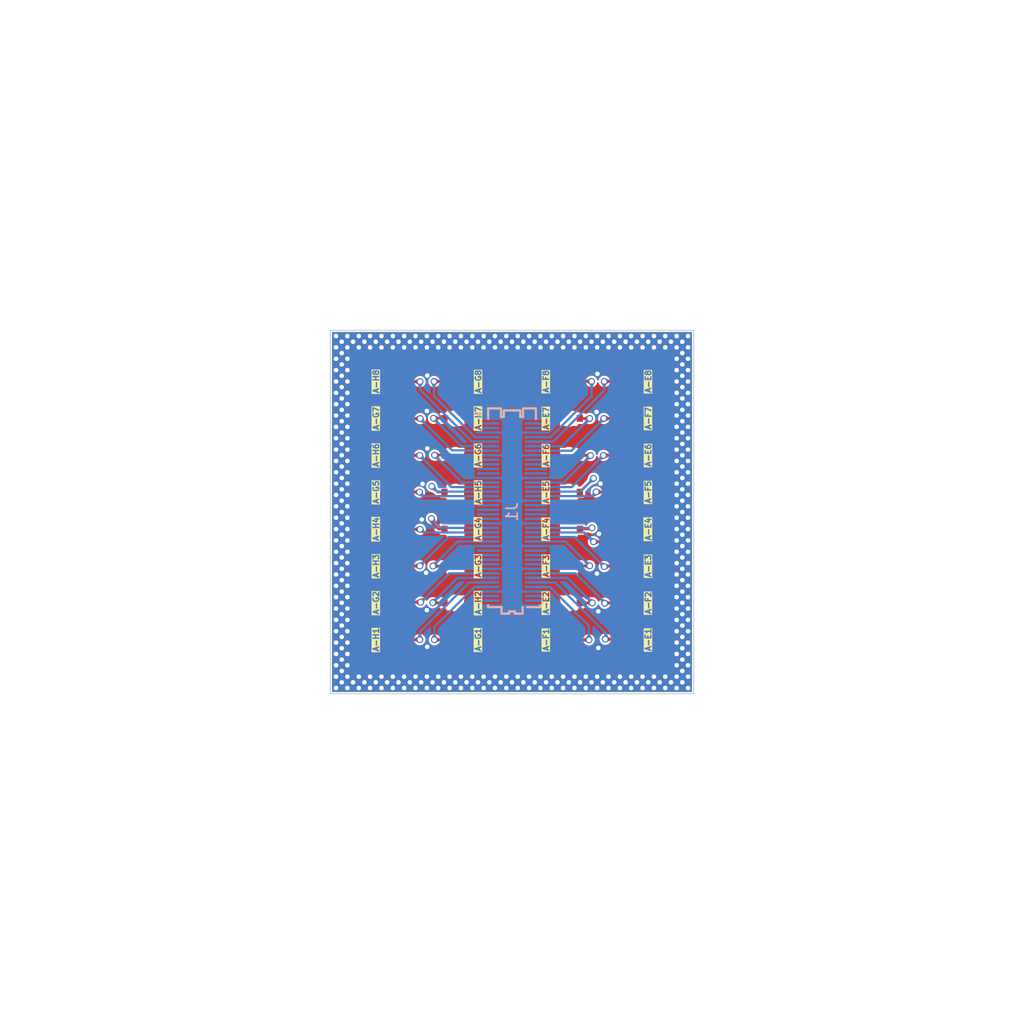
<source format=kicad_pcb>
(kicad_pcb (version 20240108) (generator "pcbnew") (generator_version "8.0")
  (title_block (comment 4 "AISLER Project ID: MKVZVZBS"))
  (layers (0 "F.Cu" signal) (1 "In1.Cu" signal) (2 "In2.Cu" signal) (31 "B.Cu" signal) (34 "B.Paste" user) (35 "F.Paste" user) (36 "B.SilkS" user "B.Silkscreen") (37 "F.SilkS" user "F.Silkscreen") (38 "B.Mask" user) (39 "F.Mask" user) (44 "Edge.Cuts" user))
  (net 0 "")
  (net 1 "GND")
  (net 2 "Onboard_HV")
  (net 3 "Cube_1_A-F7")
  (net 4 "Cube_1_A-G1")
  (net 5 "Cube_1_A-F2")
  (net 6 "Cube_1_A-E2")
  (net 7 "Cube_1_A-H2")
  (net 8 "Cube_1_A-H5")
  (net 9 "Cube_1_A-H7")
  (net 10 "Cube_1_A-F1")
  (net 11 "Cube_1_A-E6")
  (net 12 "Cube_1_A-G8")
  (net 13 "Cube_1_A-E1")
  (net 14 "Cube_1_A-F5")
  (net 15 "Cube_1_A-F6")
  (net 16 "Cube_1_A-G6")
  (net 17 "Cube_1_A-H1")
  (net 18 "Cube_1_A-F3")
  (net 19 "Cube_1_A-H6")
  (net 20 "Cube_1_A-G7")
  (net 21 "Cube_1_A-E3")
  (net 22 "Cube_1_A-E7")
  (net 23 "Cube_1_A-G2")
  (net 24 "Cube_1_A-G4")
  (net 25 "Cube_1_A-G3")
  (net 26 "Cube_1_A-H3")
  (net 27 "Cube_1_A-H8")
  (net 28 "Cube_1_A-F4")
  (net 29 "Cube_1_A-G5")
  (net 30 "Cube_1_A-E8")
  (net 31 "Cube_1_A-E5")
  (net 32 "Cube_1_A-F8")
  (net 33 "Cube_1_A-H4")
  (net 34 "Cube_1_A-E4")
  (footprint "IPEX:IPEX_20449-001E-03" (layer "F.Cu") (at 125.155 80.69 90)
    (property "Reference" "A-G5")
    (property "Value" "20449-001E-03" (hide yes))
  )
  (footprint "IPEX:IPEX_20449-001E-03" (layer "F.Cu") (at 140.13 70.94 90)
    (property "Reference" "A-F8")
    (property "Value" "20449-001E-03" (hide yes))
  )
  (footprint "IPEX:IPEX_20449-001E-03" (layer "F.Cu") (at 140.13 74.19 90)
    (property "Reference" "A-E7")
    (property "Value" "20449-001E-03" (hide yes))
  )
  (footprint "IPEX:IPEX_20449-001E-03" (layer "F.Cu") (at 125.155 87.19 90)
    (property "Reference" "A-H3")
    (property "Value" "20449-001E-03" (hide yes))
  )
  (footprint "IPEX:IPEX_20449-001E-03" (layer "F.Cu") (at 130.155 70.94 -90)
    (property "Reference" "A-G8")
    (property "Value" "20449-001E-03" (hide yes))
  )
  (footprint "IPEX:IPEX_20449-001E-03" (layer "F.Cu") (at 145.13 90.44 -90)
    (property "Reference" "A-F2")
    (property "Value" "20449-001E-03" (hide yes))
  )
  (footprint "IPEX:IPEX_20449-001E-03" (layer "F.Cu") (at 145.13 83.94 -90)
    (property "Reference" "A-E4")
    (property "Value" "20449-001E-03" (hide yes))
  )
  (footprint "IPEX:IPEX_20449-001E-03" (layer "F.Cu") (at 130.155 80.69 -90)
    (property "Reference" "A-H5")
    (property "Value" "20449-001E-03" (hide yes))
  )
  (footprint "IPEX:IPEX_20449-001E-03" (layer "F.Cu") (at 130.155 90.44 -90)
    (property "Reference" "A-H2")
    (property "Value" "20449-001E-03" (hide yes))
  )
  (footprint "IPEX:IPEX_20449-001E-03" (layer "F.Cu") (at 145.13 77.44 -90)
    (property "Reference" "A-E6")
    (property "Value" "20449-001E-03" (hide yes))
  )
  (footprint "IPEX:IPEX_20449-001E-03" (layer "F.Cu") (at 145.13 74.19 -90)
    (property "Reference" "A-F7")
    (property "Value" "20449-001E-03" (hide yes))
  )
  (footprint "IPEX:IPEX_20449-001E-03" (layer "F.Cu") (at 145.13 87.19 -90)
    (property "Reference" "A-E3")
    (property "Value" "20449-001E-03" (hide yes))
  )
  (footprint "IPEX:IPEX_20449-001E-03" (layer "F.Cu") (at 145.13 70.94 -90)
    (property "Reference" "A-E8")
    (property "Value" "20449-001E-03" (hide yes))
  )
  (footprint "IPEX:IPEX_20449-001E-03" (layer "F.Cu") (at 130.155 77.44 -90)
    (property "Reference" "A-G6")
    (property "Value" "20449-001E-03" (hide yes))
  )
  (footprint "IPEX:IPEX_20449-001E-03" (layer "F.Cu") (at 145.13 93.69 -90)
    (property "Reference" "A-E1")
    (property "Value" "20449-001E-03" (hide yes))
  )
  (footprint "IPEX:IPEX_20449-001E-03" (layer "F.Cu") (at 125.155 77.44 90)
    (property "Reference" "A-H6")
    (property "Value" "20449-001E-03" (hide yes))
  )
  (footprint "IPEX:IPEX_20449-001E-03" (layer "F.Cu") (at 140.13 83.94 90)
    (property "Reference" "A-F4")
    (property "Value" "20449-001E-03" (hide yes))
  )
  (footprint "IPEX:IPEX_20449-001E-03" (layer "F.Cu") (at 140.13 90.44 90)
    (property "Reference" "A-E2")
    (property "Value" "20449-001E-03" (hide yes))
  )
  (footprint "IPEX:IPEX_20449-001E-03" (layer "F.Cu") (at 130.155 74.19 -90)
    (property "Reference" "A-H7")
    (property "Value" "20449-001E-03" (hide yes))
  )
  (footprint "IPEX:IPEX_20449-001E-03" (layer "F.Cu") (at 140.13 80.69 90)
    (property "Reference" "A-E5")
    (property "Value" "20449-001E-03" (hide yes))
  )
  (footprint "IPEX:IPEX_20449-001E-03" (layer "F.Cu") (at 140.13 77.44 90)
    (property "Reference" "A-F6")
    (property "Value" "20449-001E-03" (hide yes))
  )
  (footprint "IPEX:IPEX_20449-001E-03" (layer "F.Cu") (at 130.155 83.94 -90)
    (property "Reference" "A-G4")
    (property "Value" "20449-001E-03" (hide yes))
  )
  (footprint "IPEX:IPEX_20449-001E-03" (layer "F.Cu") (at 125.155 70.94 90)
    (property "Reference" "A-H8")
    (property "Value" "20449-001E-03" (hide yes))
  )
  (footprint "IPEX:IPEX_20449-001E-03" (layer "F.Cu") (at 125.155 90.44 90)
    (property "Reference" "A-G2")
    (property "Value" "20449-001E-03" (hide yes))
  )
  (footprint "IPEX:IPEX_20449-001E-03" (layer "F.Cu") (at 125.155 93.69 90)
    (property "Reference" "A-H1")
    (property "Value" "20449-001E-03" (hide yes))
  )
  (footprint "IPEX:IPEX_20449-001E-03" (layer "F.Cu") (at 125.155 83.94 90)
    (property "Reference" "A-H4")
    (property "Value" "20449-001E-03" (hide yes))
  )
  (footprint "IPEX:IPEX_20449-001E-03" (layer "F.Cu") (at 140.13 93.69 90)
    (property "Reference" "A-F1")
    (property "Value" "20449-001E-03" (hide yes))
  )
  (footprint "IPEX:IPEX_20449-001E-03" (layer "F.Cu") (at 130.155 87.19 -90)
    (property "Reference" "A-G3")
    (property "Value" "20449-001E-03" (hide yes))
  )
  (footprint "IPEX:IPEX_20449-001E-03" (layer "F.Cu") (at 130.155 93.69 -90)
    (property "Reference" "A-G1")
    (property "Value" "20449-001E-03" (hide yes))
  )
  (footprint "IPEX:IPEX_20449-001E-03" (layer "F.Cu") (at 125.155 74.19 90)
    (property "Reference" "A-G7")
    (property "Value" "20449-001E-03" (hide yes))
  )
  (footprint "IPEX:IPEX_20449-001E-03" (layer "F.Cu") (at 140.13 87.19 90)
    (property "Reference" "A-F3")
    (property "Value" "20449-001E-03" (hide yes))
  )
  (footprint "IPEX:IPEX_20449-001E-03" (layer "F.Cu") (at 145.13 80.69 -90)
    (property "Reference" "A-F5")
    (property "Value" "20449-001E-03" (hide yes))
  )
  (footprint "FARICH:SAMTEC_ST4-40-1.00-L-D-P-TR" (layer "B.Cu") (at 135.13 82.44 -90)
    (property "Reference" "J1")
    (property "Value" "ST4-40-1.00-L-D-P-TR" (hide yes))
  )
  (gr_rect (start 119.13 66.44) (end 151.13 98.44) (stroke (width 0.1)) (fill none) (layer "Edge.Cuts"))
  (via (at 122.63 67.94) (size 0.6) (drill 0.4) (layers "F.Cu" "B.Cu") (net 1))
  (via (at 120.63 78.94) (size 0.6) (drill 0.4) (layers "F.Cu" "B.Cu") (net 1))
  (via (at 131.13 97.44) (size 0.6) (drill 0.4) (layers "F.Cu" "B.Cu") (net 1))
  (via (at 149.63 87.94) (size 0.6) (drill 0.4) (layers "F.Cu" "B.Cu") (net 1))
  (via (at 150.13 79.44) (size 0.6) (drill 0.4) (layers "F.Cu" "B.Cu") (net 1))
  (via (at 123.63 67.94) (size 0.6) (drill 0.4) (layers "F.Cu" "B.Cu") (net 1))
  (via (at 140.13 97.44) (size 0.6) (drill 0.4) (layers "F.Cu" "B.Cu") (net 1))
  (via (at 119.63 83.94) (size 0.6) (drill 0.4) (layers "F.Cu" "B.Cu") (net 1))
  (via (at 131.63 96.94) (size 0.6) (drill 0.4) (layers "F.Cu" "B.Cu") (net 1))
  (via (at 119.63 72.94) (size 0.6) (drill 0.4) (layers "F.Cu" "B.Cu") (net 1))
  (via (at 149.63 93.94) (size 0.6) (drill 0.4) (layers "F.Cu" "B.Cu") (net 1))
  (via (at 150.63 83.94) (size 0.6) (drill 0.4) (layers "F.Cu" "B.Cu") (net 1))
  (via (at 119.63 88.94) (size 0.6) (drill 0.4) (layers "F.Cu" "B.Cu") (net 1))
  (via (at 137.13 97.44) (size 0.6) (drill 0.4) (layers "F.Cu" "B.Cu") (net 1))
  (via (at 144.63 97.94) (size 0.6) (drill 0.4) (layers "F.Cu" "B.Cu") (net 1))
  (via (at 147.63 96.94) (size 0.6) (drill 0.4) (layers "F.Cu" "B.Cu") (net 1))
  (via (at 121.63 66.94) (size 0.6) (drill 0.4) (layers "F.Cu" "B.Cu") (net 1))
  (via (at 136.63 67.94) (size 0.6) (drill 0.4) (layers "F.Cu" "B.Cu") (net 1))
  (via (at 120.63 80.94) (size 0.6) (drill 0.4) (layers "F.Cu" "B.Cu") (net 1))
  (via (at 120.13 70.44) (size 0.6) (drill 0.4) (layers "F.Cu" "B.Cu") (net 1))
  (via (at 147.63 97.94) (size 0.6) (drill 0.4) (layers "F.Cu" "B.Cu") (net 1))
  (via (at 150.13 72.44) (size 0.6) (drill 0.4) (layers "F.Cu" "B.Cu") (net 1))
  (via (at 119.63 74.94) (size 0.6) (drill 0.4) (layers "F.Cu" "B.Cu") (net 1))
  (via (at 120.13 97.44) (size 0.6) (drill 0.4) (layers "F.Cu" "B.Cu") (net 1))
  (via (at 120.63 70.94) (size 0.6) (drill 0.4) (layers "F.Cu" "B.Cu") (net 1))
  (via (at 136.63 96.94) (size 0.6) (drill 0.4) (layers "F.Cu" "B.Cu") (net 1))
  (via (at 128.63 97.94) (size 0.6) (drill 0.4) (layers "F.Cu" "B.Cu") (net 1))
  (via (at 124.63 96.94) (size 0.6) (drill 0.4) (layers "F.Cu" "B.Cu") (net 1))
  (via (at 143.63 96.94) (size 0.6) (drill 0.4) (layers "F.Cu" "B.Cu") (net 1))
  (via (at 120.63 79.94) (size 0.6) (drill 0.4) (layers "F.Cu" "B.Cu") (net 1))
  (via (at 120.63 88.94) (size 0.6) (drill 0.4) (layers "F.Cu" "B.Cu") (net 1))
  (via (at 150.13 77.44) (size 0.6) (drill 0.4) (layers "F.Cu" "B.Cu") (net 1))
  (via (at 123.63 97.94) (size 0.6) (drill 0.4) (layers "F.Cu" "B.Cu") (net 1))
  (via (at 150.63 68.94) (size 0.6) (drill 0.4) (layers "F.Cu" "B.Cu") (net 1))
  (via (at 119.63 92.94) (size 0.6) (drill 0.4) (layers "F.Cu" "B.Cu") (net 1))
  (via (at 120.63 76.94) (size 0.6) (drill 0.4) (layers "F.Cu" "B.Cu") (net 1))
  (via (at 123.63 66.94) (size 0.6) (drill 0.4) (layers "F.Cu" "B.Cu") (net 1))
  (via (at 120.13 92.44) (size 0.6) (drill 0.4) (layers "F.Cu" "B.Cu") (net 1))
  (via (at 134.63 67.94) (size 0.6) (drill 0.4) (layers "F.Cu" "B.Cu") (net 1))
  (via (at 150.63 89.94) (size 0.6) (drill 0.4) (layers "F.Cu" "B.Cu") (net 1))
  (via (at 120.63 71.94) (size 0.6) (drill 0.4) (layers "F.Cu" "B.Cu") (net 1))
  (via (at 148.63 66.94) (size 0.6) (drill 0.4) (layers "F.Cu" "B.Cu") (net 1))
  (via (at 147.13 67.44) (size 0.6) (drill 0.4) (layers "F.Cu" "B.Cu") (net 1))
  (via (at 149.63 67.94) (size 0.6) (drill 0.4) (layers "F.Cu" "B.Cu") (net 1))
  (via (at 119.63 71.94) (size 0.6) (drill 0.4) (layers "F.Cu" "B.Cu") (net 1))
  (via (at 150.63 95.94) (size 0.6) (drill 0.4) (layers "F.Cu" "B.Cu") (net 1))
  (via (at 139.63 67.94) (size 0.6) (drill 0.4) (layers "F.Cu" "B.Cu") (net 1))
  (via (at 120.13 91.44) (size 0.6) (drill 0.4) (layers "F.Cu" "B.Cu") (net 1))
  (via (at 150.13 89.44) (size 0.6) (drill 0.4) (layers "F.Cu" "B.Cu") (net 1))
  (via (at 131.63 66.94) (size 0.6) (drill 0.4) (layers "F.Cu" "B.Cu") (net 1))
  (via (at 143.63 67.94) (size 0.6) (drill 0.4) (layers "F.Cu" "B.Cu") (net 1))
  (via (at 150.63 97.94) (size 0.6) (drill 0.4) (layers "F.Cu" "B.Cu") (net 1))
  (via (at 149.63 92.94) (size 0.6) (drill 0.4) (layers "F.Cu" "B.Cu") (net 1))
  (via (at 133.13 67.44) (size 0.6) (drill 0.4) (layers "F.Cu" "B.Cu") (net 1))
  (via (at 119.63 69.94) (size 0.6) (drill 0.4) (layers "F.Cu" "B.Cu") (net 1))
  (via (at 135.13 67.44) (size 0.6) (drill 0.4) (layers "F.Cu" "B.Cu") (net 1))
  (via (at 119.63 96.94) (size 0.6) (drill 0.4) (layers "F.Cu" "B.Cu") (net 1))
  (via (at 150.63 77.94) (size 0.6) (drill 0.4) (layers "F.Cu" "B.Cu") (net 1))
  (via (at 123.63 96.94) (size 0.6) (drill 0.4) (layers "F.Cu" "B.Cu") (net 1))
  (via (at 127.62 91.08) (size 0.6) (drill 0.4) (layers "F.Cu" "B.Cu") (net 1))
  (via (at 119.63 78.94) (size 0.6) (drill 0.4) (layers "F.Cu" "B.Cu") (net 1))
  (via (at 120.63 95.94) (size 0.6) (drill 0.4) (layers "F.Cu" "B.Cu") (net 1))
  (via (at 125.13 67.44) (size 0.6) (drill 0.4) (layers "F.Cu" "B.Cu") (net 1))
  (via (at 146.13 97.44) (size 0.6) (drill 0.4) (layers "F.Cu" "B.Cu") (net 1))
  (via (at 120.63 97.94) (size 0.6) (drill 0.4) (layers "F.Cu" "B.Cu") (net 1))
  (via (at 120.63 66.94) (size 0.6) (drill 0.4) (layers "F.Cu" "B.Cu") (net 1))
  (via (at 147.63 67.94) (size 0.6) (drill 0.4) (layers "F.Cu" "B.Cu") (net 1))
  (via (at 150.13 82.44) (size 0.6) (drill 0.4) (layers "F.Cu" "B.Cu") (net 1))
  (via (at 149.63 97.94) (size 0.6) (drill 0.4) (layers "F.Cu" "B.Cu") (net 1))
  (via (at 126.13 67.44) (size 0.6) (drill 0.4) (layers "F.Cu" "B.Cu") (net 1))
  (via (at 149.63 88.94) (size 0.6) (drill 0.4) (layers "F.Cu" "B.Cu") (net 1))
  (via (at 120.13 84.44) (size 0.6) (drill 0.4) (layers "F.Cu" "B.Cu") (net 1))
  (via (at 149.63 84.94) (size 0.6) (drill 0.4) (layers "F.Cu" "B.Cu") (net 1))
  (via (at 129.63 97.94) (size 0.6) (drill 0.4) (layers "F.Cu" "B.Cu") (net 1))
  (via (at 132.13 97.44) (size 0.6) (drill 0.4) (layers "F.Cu" "B.Cu") (net 1))
  (via (at 139.63 97.94) (size 0.6) (drill 0.4) (layers "F.Cu" "B.Cu") (net 1))
  (via (at 125.13 97.44) (size 0.6) (drill 0.4) (layers "F.Cu" "B.Cu") (net 1))
  (via (at 150.13 69.44) (size 0.6) (drill 0.4) (layers "F.Cu" "B.Cu") (net 1))
  (via (at 150.63 94.94) (size 0.6) (drill 0.4) (layers "F.Cu" "B.Cu") (net 1))
  (via (at 120.63 93.94) (size 0.6) (drill 0.4) (layers "F.Cu" "B.Cu") (net 1))
  (via (at 150.63 67.94) (size 0.6) (drill 0.4) (layers "F.Cu" "B.Cu") (net 1))
  (via (at 132.63 97.94) (size 0.6) (drill 0.4) (layers "F.Cu" "B.Cu") (net 1))
  (via (at 120.13 94.44) (size 0.6) (drill 0.4) (layers "F.Cu" "B.Cu") (net 1))
  (via (at 135.63 96.94) (size 0.6) (drill 0.4) (layers "F.Cu" "B.Cu") (net 1))
  (via (at 122.13 97.44) (size 0.6) (drill 0.4) (layers "F.Cu" "B.Cu") (net 1))
  (via (at 120.13 68.44) (size 0.6) (drill 0.4) (layers "F.Cu" "B.Cu") (net 1))
  (via (at 149.63 80.94) (size 0.6) (drill 0.4) (layers "F.Cu" "B.Cu") (net 1))
  (via (at 149.63 86.94) (size 0.6) (drill 0.4) (layers "F.Cu" "B.Cu") (net 1))
  (via (at 150.63 73.94) (size 0.6) (drill 0.4) (layers "F.Cu" "B.Cu") (net 1))
  (via (at 142.13 97.44) (size 0.6) (drill 0.4) (layers "F.Cu" "B.Cu") (net 1))
  (via (at 150.63 81.94) (size 0.6) (drill 0.4) (layers "F.Cu" "B.Cu") (net 1))
  (via (at 127.13 67.44) (size 0.6) (drill 0.4) (layers "F.Cu" "B.Cu") (net 1))
  (via (at 136.13 97.44) (size 0.6) (drill 0.4) (layers "F.Cu" "B.Cu") (net 1))
  (via (at 149.63 70.94) (size 0.6) (drill 0.4) (layers "F.Cu" "B.Cu") (net 1))
  (via (at 124.13 97.44) (size 0.6) (drill 0.4) (layers "F.Cu" "B.Cu") (net 1))
  (via (at 119.63 81.94) (size 0.6) (drill 0.4) (layers "F.Cu" "B.Cu") (net 1))
  (via (at 145.63 97.94) (size 0.6) (drill 0.4) (layers "F.Cu" "B.Cu") (net 1))
  (via (at 127.63 73.54) (size 0.6) (drill 0.4) (layers "F.Cu" "B.Cu") (net 1))
  (via (at 150.13 76.44) (size 0.6) (drill 0.4) (layers "F.Cu" "B.Cu") (net 1))
  (via (at 145.63 66.94) (size 0.6) (drill 0.4) (layers "F.Cu" "B.Cu") (net 1))
  (via (at 150.13 92.44) (size 0.6) (drill 0.4) (layers "F.Cu" "B.Cu") (net 1))
  (via (at 150.13 97.44) (size 0.6) (drill 0.4) (layers "F.Cu" "B.Cu") (net 1))
  (via (at 120.13 82.44) (size 0.6) (drill 0.4) (layers "F.Cu" "B.Cu") (net 1))
  (via (at 150.13 87.44) (size 0.6) (drill 0.4) (layers "F.Cu" "B.Cu") (net 1))
  (via (at 140.63 97.94) (size 0.6) (drill 0.4) (layers "F.Cu" "B.Cu") (net 1))
  (via (at 119.63 87.94) (size 0.6) (drill 0.4) (layers "F.Cu" "B.Cu") (net 1))
  (via (at 120.63 96.94) (size 0.6) (drill 0.4) (layers "F.Cu" "B.Cu") (net 1))
  (via (at 122.63 96.94) (size 0.6) (drill 0.4) (layers "F.Cu" "B.Cu") (net 1))
  (via (at 150.63 87.94) (size 0.6) (drill 0.4) (layers "F.Cu" "B.Cu") (net 1))
  (via (at 126.63 97.94) (size 0.6) (drill 0.4) (layers "F.Cu" "B.Cu") (net 1))
  (via (at 149.63 68.94) (size 0.6) (drill 0.4) (layers "F.Cu" "B.Cu") (net 1))
  (via (at 127.25 79.96) (size 0.6) (drill 0.4) (layers "F.Cu" "B.Cu") (net 1))
  (via (at 127.56 87.79) (size 0.6) (drill 0.4) (layers "F.Cu" "B.Cu") (net 1))
  (via (at 119.63 93.94) (size 0.6) (drill 0.4) (layers "F.Cu" "B.Cu") (net 1))
  (via (at 134.63 96.94) (size 0.6) (drill 0.4) (layers "F.Cu" "B.Cu") (net 1))
  (via (at 150.63 66.94) (size 0.6) (drill 0.4) (layers "F.Cu" "B.Cu") (net 1))
  (via (at 138.13 97.44) (size 0.6) (drill 0.4) (layers "F.Cu" "B.Cu") (net 1))
  (via (at 119.63 91.94) (size 0.6) (drill 0.4) (layers "F.Cu" "B.Cu") (net 1))
  (via (at 144.13 67.44) (size 0.6) (drill 0.4) (layers "F.Cu" "B.Cu") (net 1))
  (via (at 120.63 69.94) (size 0.6) (drill 0.4) (layers "F.Cu" "B.Cu") (net 1))
  (via (at 120.63 77.94) (size 0.6) (drill 0.4) (layers "F.Cu" "B.Cu") (net 1))
  (via (at 120.13 71.44) (size 0.6) (drill 0.4) (layers "F.Cu" "B.Cu") (net 1))
  (via (at 146.63 67.94) (size 0.6) (drill 0.4) (layers "F.Cu" "B.Cu") (net 1))
  (via (at 120.63 90.94) (size 0.6) (drill 0.4) (layers "F.Cu" "B.Cu") (net 1))
  (via (at 122.13 67.44) (size 0.6) (drill 0.4) (layers "F.Cu" "B.Cu") (net 1))
  (via (at 137.63 67.94) (size 0.6) (drill 0.4) (layers "F.Cu" "B.Cu") (net 1))
  (via (at 150.63 71.94) (size 0.6) (drill 0.4) (layers "F.Cu" "B.Cu") (net 1))
  (via (at 133.63 66.94) (size 0.6) (drill 0.4) (layers "F.Cu" "B.Cu") (net 1))
  (via (at 120.13 72.44) (size 0.6) (drill 0.4) (layers "F.Cu" "B.Cu") (net 1))
  (via (at 128.63 67.94) (size 0.6) (drill 0.4) (layers "F.Cu" "B.Cu") (net 1))
  (via (at 144.63 66.94) (size 0.6) (drill 0.4) (layers "F.Cu" "B.Cu") (net 1))
  (via (at 149.63 90.94) (size 0.6) (drill 0.4) (layers "F.Cu" "B.Cu") (net 1))
  (via (at 150.13 83.44) (size 0.6) (drill 0.4) (layers "F.Cu" "B.Cu") (net 1))
  (via (at 150.63 86.94) (size 0.6) (drill 0.4) (layers "F.Cu" "B.Cu") (net 1))
  (via (at 148.63 97.94) (size 0.6) (drill 0.4) (layers "F.Cu" "B.Cu") (net 1))
  (via (at 145.63 96.94) (size 0.6) (drill 0.4) (layers "F.Cu" "B.Cu") (net 1))
  (via (at 136.63 97.94) (size 0.6) (drill 0.4) (layers "F.Cu" "B.Cu") (net 1))
  (via (at 128.63 66.94) (size 0.6) (drill 0.4) (layers "F.Cu" "B.Cu") (net 1))
  (via (at 125.63 97.94) (size 0.6) (drill 0.4) (layers "F.Cu" "B.Cu") (net 1))
  (via (at 141.63 96.94) (size 0.6) (drill 0.4) (layers "F.Cu" "B.Cu") (net 1))
  (via (at 129.63 67.94) (size 0.6) (drill 0.4) (layers "F.Cu" "B.Cu") (net 1))
  (via (at 143.13 97.44) (size 0.6) (drill 0.4) (layers "F.Cu" "B.Cu") (net 1))
  (via (at 129.13 67.44) (size 0.6) (drill 0.4) (layers "F.Cu" "B.Cu") (net 1))
  (via (at 120.63 92.94) (size 0.6) (drill 0.4) (layers "F.Cu" "B.Cu") (net 1))
  (via (at 133.13 97.44) (size 0.6) (drill 0.4) (layers "F.Cu" "B.Cu") (net 1))
  (via (at 130.13 67.44) (size 0.6) (drill 0.4) (layers "F.Cu" "B.Cu") (net 1))
  (via (at 120.13 75.44) (size 0.6) (drill 0.4) (layers "F.Cu" "B.Cu") (net 1))
  (via (at 150.63 84.94) (size 0.6) (drill 0.4) (layers "F.Cu" "B.Cu") (net 1))
  (via (at 133.63 96.94) (size 0.6) (drill 0.4) (layers "F.Cu" "B.Cu") (net 1))
  (via (at 150.13 86.44) (size 0.6) (drill 0.4) (layers "F.Cu" "B.Cu") (net 1))
  (via (at 120.13 77.44) (size 0.6) (drill 0.4) (layers "F.Cu" "B.Cu") (net 1))
  (via (at 138.63 67.94) (size 0.6) (drill 0.4) (layers "F.Cu" "B.Cu") (net 1))
  (via (at 119.63 77.94) (size 0.6) (drill 0.4) (layers "F.Cu" "B.Cu") (net 1))
  (via (at 142.63 66.94) (size 0.6) (drill 0.4) (layers "F.Cu" "B.Cu") (net 1))
  (via (at 129.63 96.94) (size 0.6) (drill 0.4) (layers "F.Cu" "B.Cu") (net 1))
  (via (at 138.63 96.94) (size 0.6) (drill 0.4) (layers "F.Cu" "B.Cu") (net 1))
  (via (at 132.63 96.94) (size 0.6) (drill 0.4) (layers "F.Cu" "B.Cu") (net 1))
  (via (at 135.63 67.94) (size 0.6) (drill 0.4) (layers "F.Cu" "B.Cu") (net 1))
  (via (at 150.63 76.94) (size 0.6) (drill 0.4) (layers "F.Cu" "B.Cu") (net 1))
  (via (at 120.63 74.94) (size 0.6) (drill 0.4) (layers "F.Cu" "B.Cu") (net 1))
  (via (at 121.63 67.94) (size 0.6) (drill 0.4) (layers "F.Cu" "B.Cu") (net 1))
  (via (at 149.63 73.94) (size 0.6) (drill 0.4) (layers "F.Cu" "B.Cu") (net 1))
  (via (at 136.13 67.44) (size 0.6) (drill 0.4) (layers "F.Cu" "B.Cu") (net 1))
  (via (at 142.92 79.94) (size 0.6) (drill 0.4) (layers "F.Cu" "B.Cu") (net 1))
  (via (at 144.13 97.44) (size 0.6) (drill 0.4) (layers "F.Cu" "B.Cu") (net 1))
  (via (at 150.13 80.44) (size 0.6) (drill 0.4) (layers "F.Cu" "B.Cu") (net 1))
  (via (at 120.13 90.44) (size 0.6) (drill 0.4) (layers "F.Cu" "B.Cu") (net 1))
  (via (at 150.13 93.44) (size 0.6) (drill 0.4) (layers "F.Cu" "B.Cu") (net 1))
  (via (at 120.13 81.44) (size 0.6) (drill 0.4) (layers "F.Cu" "B.Cu") (net 1))
  (via (at 149.63 85.94) (size 0.6) (drill 0.4) (layers "F.Cu" "B.Cu") (net 1))
  (via (at 120.13 86.44) (size 0.6) (drill 0.4) (layers "F.Cu" "B.Cu") (net 1))
  (via (at 150.13 70.44) (size 0.6) (drill 0.4) (layers "F.Cu" "B.Cu") (net 1))
  (via (at 136.63 66.94) (size 0.6) (drill 0.4) (layers "F.Cu" "B.Cu") (net 1))
  (via (at 120.63 68.94) (size 0.6) (drill 0.4) (layers "F.Cu" "B.Cu") (net 1))
  (via (at 119.63 80.94) (size 0.6) (drill 0.4) (layers "F.Cu" "B.Cu") (net 1))
  (via (at 144.63 67.94) (size 0.6) (drill 0.4) (layers "F.Cu" "B.Cu") (net 1))
  (via (at 120.63 67.94) (size 0.6) (drill 0.4) (layers "F.Cu" "B.Cu") (net 1))
  (via (at 142.65 70.27) (size 0.6) (drill 0.4) (layers "F.Cu" "B.Cu") (net 1))
  (via (at 139.13 97.44) (size 0.6) (drill 0.4) (layers "F.Cu" "B.Cu") (net 1))
  (via (at 145.13 67.44) (size 0.6) (drill 0.4) (layers "F.Cu" "B.Cu") (net 1))
  (via (at 130.13 97.44) (size 0.6) (drill 0.4) (layers "F.Cu" "B.Cu") (net 1))
  (via (at 140.63 96.94) (size 0.6) (drill 0.4) (layers "F.Cu" "B.Cu") (net 1))
  (via (at 124.63 67.94) (size 0.6) (drill 0.4) (layers "F.Cu" "B.Cu") (net 1))
  (via (at 130.63 66.94) (size 0.6) (drill 0.4) (layers "F.Cu" "B.Cu") (net 1))
  (via (at 142.13 67.44) (size 0.6) (drill 0.4) (layers "F.Cu" "B.Cu") (net 1))
  (via (at 150.13 84.44) (size 0.6) (drill 0.4) (layers "F.Cu" "B.Cu") (net 1))
  (via (at 127.66 94.31) (size 0.6) (drill 0.4) (layers "F.Cu" "B.Cu") (net 1))
  (via (at 149.63 83.94) (size 0.6) (drill 0.4) (layers "F.Cu" "B.Cu") (net 1))
  (via (at 121.13 97.44) (size 0.6) (drill 0.4) (layers "F.Cu" "B.Cu") (net 1))
  (via (at 142.63 96.94) (size 0.6) (drill 0.4) (layers "F.Cu" "B.Cu") (net 1))
  (via (at 142.63 97.94) (size 0.6) (drill 0.4) (layers "F.Cu" "B.Cu") (net 1))
  (via (at 142.61 87.86) (size 0.6) (drill 0.4) (layers "F.Cu" "B.Cu") (net 1))
  (via (at 127.63 66.94) (size 0.6) (drill 0.4) (layers "F.Cu" "B.Cu") (net 1))
  (via (at 120.13 85.44) (size 0.6) (drill 0.4) (layers "F.Cu" "B.Cu") (net 1))
  (via (at 140.63 67.94) (size 0.6) (drill 0.4) (layers "F.Cu" "B.Cu") (net 1))
  (via (at 119.63 85.94) (size 0.6) (drill 0.4) (layers "F.Cu" "B.Cu") (net 1))
  (via (at 120.13 88.44) (size 0.6) (drill 0.4) (layers "F.Cu" "B.Cu") (net 1))
  (via (at 144.63 96.94) (size 0.6) (drill 0.4) (layers "F.Cu" "B.Cu") (net 1))
  (via (at 129.63 66.94) (size 0.6) (drill 0.4) (layers "F.Cu" "B.Cu") (net 1))
  (via (at 120.13 79.44) (size 0.6) (drill 0.4) (layers "F.Cu" "B.Cu") (net 1))
  (via (at 150.63 96.94) (size 0.6) (drill 0.4) (layers "F.Cu" "B.Cu") (net 1))
  (via (at 142.63 67.94) (size 0.6) (drill 0.4) (layers "F.Cu" "B.Cu") (net 1))
  (via (at 149.63 76.94) (size 0.6) (drill 0.4) (layers "F.Cu" "B.Cu") (net 1))
  (via (at 120.63 83.94) (size 0.6) (drill 0.4) (layers "F.Cu" "B.Cu") (net 1))
  (via (at 141.13 97.44) (size 0.6) (drill 0.4) (layers "F.Cu" "B.Cu") (net 1))
  (via (at 120.63 82.94) (size 0.6) (drill 0.4) (layers "F.Cu" "B.Cu") (net 1))
  (via (at 120.13 73.44) (size 0.6) (drill 0.4) (layers "F.Cu" "B.Cu") (net 1))
  (via (at 142.79 84.36) (size 0.6) (drill 0.4) (layers "F.Cu" "B.Cu") (net 1))
  (via (at 119.63 84.94) (size 0.6) (drill 0.4) (layers "F.Cu" "B.Cu") (net 1))
  (via (at 127.63 96.94) (size 0.6) (drill 0.4) (layers "F.Cu" "B.Cu") (net 1))
  (via (at 139.63 96.94) (size 0.6) (drill 0.4) (layers "F.Cu" "B.Cu") (net 1))
  (via (at 149.63 95.94) (size 0.6) (drill 0.4) (layers "F.Cu" "B.Cu") (net 1))
  (via (at 124.63 97.94) (size 0.6) (drill 0.4) (layers "F.Cu" "B.Cu") (net 1))
  (via (at 150.13 95.44) (size 0.6) (drill 0.4) (layers "F.Cu" "B.Cu") (net 1))
  (via (at 149.13 67.44) (size 0.6) (drill 0.4) (layers "F.Cu" "B.Cu") (net 1))
  (via (at 128.13 97.44) (size 0.6) (drill 0.4) (layers "F.Cu" "B.Cu") (net 1))
  (via (at 150.63 90.94) (size 0.6) (drill 0.4) (layers "F.Cu" "B.Cu") (net 1))
  (via (at 119.63 82.94) (size 0.6) (drill 0.4) (layers "F.Cu" "B.Cu") (net 1))
  (via (at 119.63 76.94) (size 0.6) (drill 0.4) (layers "F.Cu" "B.Cu") (net 1))
  (via (at 149.13 97.44) (size 0.6) (drill 0.4) (layers "F.Cu" "B.Cu") (net 1))
  (via (at 120.13 69.44) (size 0.6) (drill 0.4) (layers "F.Cu" "B.Cu") (net 1))
  (via (at 120.63 89.94) (size 0.6) (drill 0.4) (layers "F.Cu" "B.Cu") (net 1))
  (via (at 150.63 78.94) (size 0.6) (drill 0.4) (layers "F.Cu" "B.Cu") (net 1))
  (via (at 138.63 66.94) (size 0.6) (drill 0.4) (layers "F.Cu" "B.Cu") (net 1))
  (via (at 119.63 90.94) (size 0.6) (drill 0.4) (layers "F.Cu" "B.Cu") (net 1))
  (via (at 150.63 80.94) (size 0.6) (drill 0.4) (layers "F.Cu" "B.Cu") (net 1))
  (via (at 119.63 67.94) (size 0.6) (drill 0.4) (layers "F.Cu" "B.Cu") (net 1))
  (via (at 150.63 93.94) (size 0.6) (drill 0.4) (layers "F.Cu" "B.Cu") (net 1))
  (via (at 120.13 93.44) (size 0.6) (drill 0.4) (layers "F.Cu" "B.Cu") (net 1))
  (via (at 150.13 75.44) (size 0.6) (drill 0.4) (layers "F.Cu" "B.Cu") (net 1))
  (via (at 147.13 97.44) (size 0.6) (drill 0.4) (layers "F.Cu" "B.Cu") (net 1))
  (via (at 140.13 67.44) (size 0.6) (drill 0.4) (layers "F.Cu" "B.Cu") (net 1))
  (via (at 123.13 97.44) (size 0.6) (drill 0.4) (layers "F.Cu" "B.Cu") (net 1))
  (via (at 131.13 67.44) (size 0.6) (drill 0.4) (layers "F.Cu" "B.Cu") (net 1))
  (via (at 150.63 91.94) (size 0.6) (drill 0.4) (layers "F.Cu" "B.Cu") (net 1))
  (via (at 145.13 97.44) (size 0.6) (drill 0.4) (layers "F.Cu" "B.Cu") (net 1))
  (via (at 150.63 85.94) (size 0.6) (drill 0.4) (layers "F.Cu" "B.Cu") (net 1))
  (via (at 140.63 66.94) (size 0.6) (drill 0.4) (layers "F.Cu" "B.Cu") (net 1))
  (via (at 127.13 97.44) (size 0.6) (drill 0.4) (layers "F.Cu" "B.Cu") (net 1))
  (via (at 119.63 79.94) (size 0.6) (drill 0.4) (layers "F.Cu" "B.Cu") (net 1))
  (via (at 120.13 74.44) (size 0.6) (drill 0.4) (layers "F.Cu" "B.Cu") (net 1))
  (via (at 142.58 73.62) (size 0.6) (drill 0.4) (layers "F.Cu" "B.Cu") (net 1))
  (via (at 120.13 96.44) (size 0.6) (drill 0.4) (layers "F.Cu" "B.Cu") (net 1))
  (via (at 150.63 92.94) (size 0.6) (drill 0.4) (layers "F.Cu" "B.Cu") (net 1))
  (via (at 127.18 83.1) (size 0.6) (drill 0.4) (layers "F.Cu" "B.Cu") (net 1))
  (via (at 149.63 66.94) (size 0.6) (drill 0.4) (layers "F.Cu" "B.Cu") (net 1))
  (via (at 127.63 97.94) (size 0.6) (drill 0.4) (layers "F.Cu" "B.Cu") (net 1))
  (via (at 150.63 70.94) (size 0.6) (drill 0.4) (layers "F.Cu" "B.Cu") (net 1))
  (via (at 149.63 81.94) (size 0.6) (drill 0.4) (layers "F.Cu" "B.Cu") (net 1))
  (via (at 150.13 67.44) (size 0.6) (drill 0.4) (layers "F.Cu" "B.Cu") (net 1))
  (via (at 146.63 97.94) (size 0.6) (drill 0.4) (layers "F.Cu" "B.Cu") (net 1))
  (via (at 122.63 66.94) (size 0.6) (drill 0.4) (layers "F.Cu" "B.Cu") (net 1))
  (via (at 125.63 96.94) (size 0.6) (drill 0.4) (layers "F.Cu" "B.Cu") (net 1))
  (via (at 137.63 66.94) (size 0.6) (drill 0.4) (layers "F.Cu" "B.Cu") (net 1))
  (via (at 150.13 91.44) (size 0.6) (drill 0.4) (layers "F.Cu" "B.Cu") (net 1))
  (via (at 150.13 68.44) (size 0.6) (drill 0.4) (layers "F.Cu" "B.Cu") (net 1))
  (via (at 131.63 97.94) (size 0.6) (drill 0.4) (layers "F.Cu" "B.Cu") (net 1))
  (via (at 119.63 68.94) (size 0.6) (drill 0.4) (layers "F.Cu" "B.Cu") (net 1))
  (via (at 124.13 67.44) (size 0.6) (drill 0.4) (layers "F.Cu" "B.Cu") (net 1))
  (via (at 127.66 70.42) (size 0.6) (drill 0.4) (layers "F.Cu" "B.Cu") (net 1))
  (via (at 149.63 69.94) (size 0.6) (drill 0.4) (layers "F.Cu" "B.Cu") (net 1))
  (via (at 149.63 75.94) (size 0.6) (drill 0.4) (layers "F.Cu" "B.Cu") (net 1))
  (via (at 133.63 97.94) (size 0.6) (drill 0.4) (layers "F.Cu" "B.Cu") (net 1))
  (via (at 137.63 97.94) (size 0.6) (drill 0.4) (layers "F.Cu" "B.Cu") (net 1))
  (via (at 150.13 96.44) (size 0.6) (drill 0.4) (layers "F.Cu" "B.Cu") (net 1))
  (via (at 130.63 96.94) (size 0.6) (drill 0.4) (layers "F.Cu" "B.Cu") (net 1))
  (via (at 119.63 66.94) (size 0.6) (drill 0.4) (layers "F.Cu" "B.Cu") (net 1))
  (via (at 137.63 96.94) (size 0.6) (drill 0.4) (layers "F.Cu" "B.Cu") (net 1))
  (via (at 125.63 67.94) (size 0.6) (drill 0.4) (layers "F.Cu" "B.Cu") (net 1))
  (via (at 150.13 88.44) (size 0.6) (drill 0.4) (layers "F.Cu" "B.Cu") (net 1))
  (via (at 150.13 94.44) (size 0.6) (drill 0.4) (layers "F.Cu" "B.Cu") (net 1))
  (via (at 120.13 76.44) (size 0.6) (drill 0.4) (layers "F.Cu" "B.Cu") (net 1))
  (via (at 127.63 67.94) (size 0.6) (drill 0.4) (layers "F.Cu" "B.Cu") (net 1))
  (via (at 148.63 67.94) (size 0.6) (drill 0.4) (layers "F.Cu" "B.Cu") (net 1))
  (via (at 120.63 94.94) (size 0.6) (drill 0.4) (layers "F.Cu" "B.Cu") (net 1))
  (via (at 150.13 85.44) (size 0.6) (drill 0.4) (layers "F.Cu" "B.Cu") (net 1))
  (via (at 126.63 66.94) (size 0.6) (drill 0.4) (layers "F.Cu" "B.Cu") (net 1))
  (via (at 130.63 67.94) (size 0.6) (drill 0.4) (layers "F.Cu" "B.Cu") (net 1))
  (via (at 137.13 67.44) (size 0.6) (drill 0.4) (layers "F.Cu" "B.Cu") (net 1))
  (via (at 138.63 97.94) (size 0.6) (drill 0.4) (layers "F.Cu" "B.Cu") (net 1))
  (via (at 135.63 97.94) (size 0.6) (drill 0.4) (layers "F.Cu" "B.Cu") (net 1))
  (via (at 150.13 81.44) (size 0.6) (drill 0.4) (layers "F.Cu" "B.Cu") (net 1))
  (via (at 123.13 67.44) (size 0.6) (drill 0.4) (layers "F.Cu" "B.Cu") (net 1))
  (via (at 149.63 79.94) (size 0.6) (drill 0.4) (layers "F.Cu" "B.Cu") (net 1))
  (via (at 120.63 87.94) (size 0.6) (drill 0.4) (layers "F.Cu" "B.Cu") (net 1))
  (via (at 141.13 67.44) (size 0.6) (drill 0.4) (layers "F.Cu" "B.Cu") (net 1))
  (via (at 126.13 97.44) (size 0.6) (drill 0.4) (layers "F.Cu" "B.Cu") (net 1))
  (via (at 120.63 72.94) (size 0.6) (drill 0.4) (layers "F.Cu" "B.Cu") (net 1))
  (via (at 135.63 66.94) (size 0.6) (drill 0.4) (layers "F.Cu" "B.Cu") (net 1))
  (via (at 150.63 82.94) (size 0.6) (drill 0.4) (layers "F.Cu" "B.Cu") (net 1))
  (via (at 149.63 78.94) (size 0.6) (drill 0.4) (layers "F.Cu" "B.Cu") (net 1))
  (via (at 139.13 67.44) (size 0.6) (drill 0.4) (layers "F.Cu" "B.Cu") (net 1))
  (via (at 128.63 96.94) (size 0.6) (drill 0.4) (layers "F.Cu" "B.Cu") (net 1))
  (via (at 119.63 86.94) (size 0.6) (drill 0.4) (layers "F.Cu" "B.Cu") (net 1))
  (via (at 148.13 97.44) (size 0.6) (drill 0.4) (layers "F.Cu" "B.Cu") (net 1))
  (via (at 150.63 88.94) (size 0.6) (drill 0.4) (layers "F.Cu" "B.Cu") (net 1))
  (via (at 150.13 74.44) (size 0.6) (drill 0.4) (layers "F.Cu" "B.Cu") (net 1))
  (via (at 149.63 82.94) (size 0.6) (drill 0.4) (layers "F.Cu" "B.Cu") (net 1))
  (via (at 149.63 96.94) (size 0.6) (drill 0.4) (layers "F.Cu" "B.Cu") (net 1))
  (via (at 138.13 67.44) (size 0.6) (drill 0.4) (layers "F.Cu" "B.Cu") (net 1))
  (via (at 125.63 66.94) (size 0.6) (drill 0.4) (layers "F.Cu" "B.Cu") (net 1))
  (via (at 120.63 81.94) (size 0.6) (drill 0.4) (layers "F.Cu" "B.Cu") (net 1))
  (via (at 120.63 84.94) (size 0.6) (drill 0.4) (layers "F.Cu" "B.Cu") (net 1))
  (via (at 129.13 97.44) (size 0.6) (drill 0.4) (layers "F.Cu" "B.Cu") (net 1))
  (via (at 134.13 67.44) (size 0.6) (drill 0.4) (layers "F.Cu" "B.Cu") (net 1))
  (via (at 143.63 97.94) (size 0.6) (drill 0.4) (layers "F.Cu" "B.Cu") (net 1))
  (via (at 120.63 85.94) (size 0.6) (drill 0.4) (layers "F.Cu" "B.Cu") (net 1))
  (via (at 141.63 97.94) (size 0.6) (drill 0.4) (layers "F.Cu" "B.Cu") (net 1))
  (via (at 150.13 73.44) (size 0.6) (drill 0.4) (layers "F.Cu" "B.Cu") (net 1))
  (via (at 150.13 71.44) (size 0.6) (drill 0.4) (layers "F.Cu" "B.Cu") (net 1))
  (via (at 120.63 73.94) (size 0.6) (drill 0.4) (layers "F.Cu" "B.Cu") (net 1))
  (via (at 149.63 71.94) (size 0.6) (drill 0.4) (layers "F.Cu" "B.Cu") (net 1))
  (via (at 119.63 95.94) (size 0.6) (drill 0.4) (layers "F.Cu" "B.Cu") (net 1))
  (via (at 120.13 80.44) (size 0.6) (drill 0.4) (layers "F.Cu" "B.Cu") (net 1))
  (via (at 149.63 89.94) (size 0.6) (drill 0.4) (layers "F.Cu" "B.Cu") (net 1))
  (via (at 143.63 66.94) (size 0.6) (drill 0.4) (layers "F.Cu" "B.Cu") (net 1))
  (via (at 149.63 91.94) (size 0.6) (drill 0.4) (layers "F.Cu" "B.Cu") (net 1))
  (via (at 121.63 97.94) (size 0.6) (drill 0.4) (layers "F.Cu" "B.Cu") (net 1))
  (via (at 131.63 67.94) (size 0.6) (drill 0.4) (layers "F.Cu" "B.Cu") (net 1))
  (via (at 150.63 72.94) (size 0.6) (drill 0.4) (layers "F.Cu" "B.Cu") (net 1))
  (via (at 135.13 97.44) (size 0.6) (drill 0.4) (layers "F.Cu" "B.Cu") (net 1))
  (via (at 146.63 96.94) (size 0.6) (drill 0.4) (layers "F.Cu" "B.Cu") (net 1))
  (via (at 119.63 75.94) (size 0.6) (drill 0.4) (layers "F.Cu" "B.Cu") (net 1))
  (via (at 121.13 67.44) (size 0.6) (drill 0.4) (layers "F.Cu" "B.Cu") (net 1))
  (via (at 120.63 86.94) (size 0.6) (drill 0.4) (layers "F.Cu" "B.Cu") (net 1))
  (via (at 141.63 66.94) (size 0.6) (drill 0.4) (layers "F.Cu" "B.Cu") (net 1))
  (via (at 142.73 94.41) (size 0.6) (drill 0.4) (layers "F.Cu" "B.Cu") (net 1))
  (via (at 148.63 96.94) (size 0.6) (drill 0.4) (layers "F.Cu" "B.Cu") (net 1))
  (via (at 119.63 70.94) (size 0.6) (drill 0.4) (layers "F.Cu" "B.Cu") (net 1))
  (via (at 130.63 97.94) (size 0.6) (drill 0.4) (layers "F.Cu" "B.Cu") (net 1))
  (via (at 132.13 67.44) (size 0.6) (drill 0.4) (layers "F.Cu" "B.Cu") (net 1))
  (via (at 126.63 96.94) (size 0.6) (drill 0.4) (layers "F.Cu" "B.Cu") (net 1))
  (via (at 148.13 67.44) (size 0.6) (drill 0.4) (layers "F.Cu" "B.Cu") (net 1))
  (via (at 120.13 87.44) (size 0.6) (drill 0.4) (layers "F.Cu" "B.Cu") (net 1))
  (via (at 120.13 67.44) (size 0.6) (drill 0.4) (layers "F.Cu" "B.Cu") (net 1))
  (via (at 149.63 77.94) (size 0.6) (drill 0.4) (layers "F.Cu" "B.Cu") (net 1))
  (via (at 149.63 72.94) (size 0.6) (drill 0.4) (layers "F.Cu" "B.Cu") (net 1))
  (via (at 124.63 66.94) (size 0.6) (drill 0.4) (layers "F.Cu" "B.Cu") (net 1))
  (via (at 120.63 75.94) (size 0.6) (drill 0.4) (layers "F.Cu" "B.Cu") (net 1))
  (via (at 120.13 78.44) (size 0.6) (drill 0.4) (layers "F.Cu" "B.Cu") (net 1))
  (via (at 147.63 66.94) (size 0.6) (drill 0.4) (layers "F.Cu" "B.Cu") (net 1))
  (via (at 134.13 97.44) (size 0.6) (drill 0.4) (layers "F.Cu" "B.Cu") (net 1))
  (via (at 146.63 66.94) (size 0.6) (drill 0.4) (layers "F.Cu" "B.Cu") (net 1))
  (via (at 120.13 89.44) (size 0.6) (drill 0.4) (layers "F.Cu" "B.Cu") (net 1))
  (via (at 149.63 74.94) (size 0.6) (drill 0.4) (layers "F.Cu" "B.Cu") (net 1))
  (via (at 119.63 97.94) (size 0.6) (drill 0.4) (layers "F.Cu" "B.Cu") (net 1))
  (via (at 133.63 67.94) (size 0.6) (drill 0.4) (layers "F.Cu" "B.Cu") (net 1))
  (via (at 120.13 95.44) (size 0.6) (drill 0.4) (layers "F.Cu" "B.Cu") (net 1))
  (via (at 143.13 67.44) (size 0.6) (drill 0.4) (layers "F.Cu" "B.Cu") (net 1))
  (via (at 150.13 90.44) (size 0.6) (drill 0.4) (layers "F.Cu" "B.Cu") (net 1))
  (via (at 132.63 66.94) (size 0.6) (drill 0.4) (layers "F.Cu" "B.Cu") (net 1))
  (via (at 119.63 89.94) (size 0.6) (drill 0.4) (layers "F.Cu" "B.Cu") (net 1))
  (via (at 126.63 67.94) (size 0.6) (drill 0.4) (layers "F.Cu" "B.Cu") (net 1))
  (via (at 141.63 67.94) (size 0.6) (drill 0.4) (layers "F.Cu" "B.Cu") (net 1))
  (via (at 134.63 66.94) (size 0.6) (drill 0.4) (layers "F.Cu" "B.Cu") (net 1))
  (via (at 122.63 97.94) (size 0.6) (drill 0.4) (layers "F.Cu" "B.Cu") (net 1))
  (via (at 149.63 94.94) (size 0.6) (drill 0.4) (layers "F.Cu" "B.Cu") (net 1))
  (via (at 145.63 67.94) (size 0.6) (drill 0.4) (layers "F.Cu" "B.Cu") (net 1))
  (via (at 150.63 79.94) (size 0.6) (drill 0.4) (layers "F.Cu" "B.Cu") (net 1))
  (via (at 146.13 67.44) (size 0.6) (drill 0.4) (layers "F.Cu" "B.Cu") (net 1))
  (via (at 150.63 69.94) (size 0.6) (drill 0.4) (layers "F.Cu" "B.Cu") (net 1))
  (via (at 120.13 83.44) (size 0.6) (drill 0.4) (layers "F.Cu" "B.Cu") (net 1))
  (via (at 119.63 94.94) (size 0.6) (drill 0.4) (layers "F.Cu" "B.Cu") (net 1))
  (via (at 121.63 96.94) (size 0.6) (drill 0.4) (layers "F.Cu" "B.Cu") (net 1))
  (via (at 142.73 91.19) (size 0.6) (drill 0.4) (layers "F.Cu" "B.Cu") (net 1))
  (via (at 150.13 78.44) (size 0.6) (drill 0.4) (layers "F.Cu" "B.Cu") (net 1))
  (via (at 120.63 91.94) (size 0.6) (drill 0.4) (layers "F.Cu" "B.Cu") (net 1))
  (via (at 134.63 97.94) (size 0.6) (drill 0.4) (layers "F.Cu" "B.Cu") (net 1))
  (via (at 150.63 75.94) (size 0.6) (drill 0.4) (layers "F.Cu" "B.Cu") (net 1))
  (via (at 139.63 66.94) (size 0.6) (drill 0.4) (layers "F.Cu" "B.Cu") (net 1))
  (via (at 150.63 74.94) (size 0.6) (drill 0.4) (layers "F.Cu" "B.Cu") (net 1))
  (via (at 127.67 76.84) (size 0.6) (drill 0.4) (layers "F.Cu" "B.Cu") (net 1))
  (via (at 119.63 73.94) (size 0.6) (drill 0.4) (layers "F.Cu" "B.Cu") (net 1))
  (via (at 132.63 67.94) (size 0.6) (drill 0.4) (layers "F.Cu" "B.Cu") (net 1))
  (via (at 128.13 67.44) (size 0.6) (drill 0.4) (layers "F.Cu" "B.Cu") (net 1))
  (segment (start 143.21 74.2) (end 144.145 74.2) (width 0.2) (layer "F.Cu") (net 3))
  (segment (start 144.145 74.2) (end 144.155 74.19) (width 0.2) (layer "F.Cu") (net 3))
  (via (at 143.21 74.2) (size 0.6) (drill 0.4) (layers "F.Cu" "B.Cu") (net 3))
  (segment (start 140.37 77.04) (end 143.21 74.2) (width 0.2) (layer "B.Cu") (net 3))
  (segment (start 136.84 77.04) (end 140.37 77.04) (width 0.2) (layer "B.Cu") (net 3))
  (segment (start 128.29 93.69) (end 129.18 93.69) (width 0.2) (layer "F.Cu") (net 4))
  (via (at 128.29 93.69) (size 0.6) (drill 0.4) (layers "F.Cu" "B.Cu") (net 4))
  (segment (start 133.42 89.04) (end 131.83 89.04) (width 0.2) (layer "B.Cu") (net 4))
  (segment (start 128.29 92.58) (end 128.29 93.69) (width 0.2) (layer "B.Cu") (net 4))
  (segment (start 131.83 89.04) (end 128.29 92.58) (width 0.2) (layer "B.Cu") (net 4))
  (segment (start 143.29 90.48) (end 143.33 90.44) (width 0.2) (layer "F.Cu") (net 5))
  (segment (start 143.33 90.44) (end 144.155 90.44) (width 0.2) (layer "F.Cu") (net 5))
  (via (at 143.29 90.48) (size 0.6) (drill 0.4) (layers "F.Cu" "B.Cu") (net 5))
  (segment (start 143.29 90.48) (end 143.29 90.41) (width 0.2) (layer "B.Cu") (net 5))
  (segment (start 140.72 87.84) (end 136.84 87.84) (width 0.2) (layer "B.Cu") (net 5))
  (segment (start 143.29 90.41) (end 140.72 87.84) (width 0.2) (layer "B.Cu") (net 5))
  (segment (start 142.2 90.44) (end 141.105 90.44) (width 0.2) (layer "F.Cu") (net 6))
  (via (at 142.2 90.44) (size 0.6) (drill 0.4) (layers "F.Cu" "B.Cu") (net 6))
  (segment (start 140 88.24) (end 142.2 90.44) (width 0.2) (layer "B.Cu") (net 6))
  (segment (start 136.84 88.24) (end 140 88.24) (width 0.2) (layer "B.Cu") (net 6))
  (segment (start 129.17 90.43) (end 129.18 90.44) (width 0.2) (layer "F.Cu") (net 7))
  (segment (start 128.14 90.43) (end 129.17 90.43) (width 0.2) (layer "F.Cu") (net 7))
  (via (at 128.14 90.43) (size 0.6) (drill 0.4) (layers "F.Cu" "B.Cu") (net 7))
  (segment (start 133.42 88.24) (end 130.33 88.24) (width 0.2) (layer "B.Cu") (net 7))
  (segment (start 130.33 88.24) (end 128.14 90.43) (width 0.2) (layer "B.Cu") (net 7))
  (segment (start 128.58 80.69) (end 129.18 80.69) (width 0.2) (layer "F.Cu") (net 8))
  (segment (start 128.06 80.17) (end 128.58 80.69) (width 0.2) (layer "F.Cu") (net 8))
  (via (at 128.06 80.17) (size 0.6) (drill 0.4) (layers "F.Cu" "B.Cu") (net 8))
  (segment (start 128.06 80.17) (end 128.53 80.64) (width 0.2) (layer "B.Cu") (net 8))
  (segment (start 128.53 80.64) (end 133.42 80.64) (width 0.2) (layer "B.Cu") (net 8))
  (segment (start 129.17 74.18) (end 129.18 74.19) (width 0.2) (layer "F.Cu") (net 9))
  (segment (start 128.21 74.18) (end 129.17 74.18) (width 0.2) (layer "F.Cu") (net 9))
  (via (at 128.21 74.18) (size 0.6) (drill 0.4) (layers "F.Cu" "B.Cu") (net 9))
  (segment (start 130.67 76.64) (end 128.21 74.18) (width 0.2) (layer "B.Cu") (net 9))
  (segment (start 133.42 76.64) (end 130.67 76.64) (width 0.2) (layer "B.Cu") (net 9))
  (segment (start 141.115 93.7) (end 141.105 93.69) (width 0.2) (layer "F.Cu") (net 10))
  (segment (start 141.91 93.7) (end 141.115 93.7) (width 0.2) (layer "F.Cu") (net 10))
  (via (at 141.91 93.7) (size 0.6) (drill 0.4) (layers "F.Cu" "B.Cu") (net 10))
  (segment (start 138.47 89.04) (end 141.91 92.48) (width 0.2) (layer "B.Cu") (net 10))
  (segment (start 141.91 92.48) (end 141.91 93.7) (width 0.2) (layer "B.Cu") (net 10))
  (segment (start 136.84 89.04) (end 138.47 89.04) (width 0.2) (layer "B.Cu") (net 10))
  (segment (start 143.18 77.45) (end 144.145 77.45) (width 0.2) (layer "F.Cu") (net 11))
  (segment (start 144.145 77.45) (end 144.155 77.44) (width 0.2) (layer "F.Cu") (net 11))
  (via (at 143.18 77.45) (size 0.6) (drill 0.4) (layers "F.Cu" "B.Cu") (net 11))
  (segment (start 136.84 80.24) (end 140.39 80.24) (width 0.2) (layer "B.Cu") (net 11))
  (segment (start 140.39 80.24) (end 143.18 77.45) (width 0.2) (layer "B.Cu") (net 11))
  (segment (start 128.26 70.94) (end 129.18 70.94) (width 0.2) (layer "F.Cu") (net 12))
  (via (at 128.26 70.94) (size 0.6) (drill 0.4) (layers "F.Cu" "B.Cu") (net 12))
  (segment (start 131.88 75.84) (end 128.26 72.22) (width 0.2) (layer "B.Cu") (net 12))
  (segment (start 133.42 75.84) (end 131.88 75.84) (width 0.2) (layer "B.Cu") (net 12))
  (segment (start 128.26 72.22) (end 128.26 70.94) (width 0.2) (layer "B.Cu") (net 12))
  (segment (start 144.105 93.64) (end 144.155 93.69) (width 0.2) (layer "F.Cu") (net 13))
  (segment (start 143.34 93.64) (end 144.105 93.64) (width 0.2) (layer "F.Cu") (net 13))
  (via (at 143.34 93.64) (size 0.6) (drill 0.4) (layers "F.Cu" "B.Cu") (net 13))
  (segment (start 138.92 88.64) (end 136.84 88.64) (width 0.2) (layer "B.Cu") (net 13))
  (segment (start 143.34 93.06) (end 138.92 88.64) (width 0.2) (layer "B.Cu") (net 13))
  (segment (start 143.34 93.64) (end 143.34 93.06) (width 0.2) (layer "B.Cu") (net 13))
  (segment (start 142.54 80.66) (end 142.57 80.69) (width 0.2) (layer "F.Cu") (net 14))
  (segment (start 142.57 80.69) (end 144.155 80.69) (width 0.2) (layer "F.Cu") (net 14))
  (via (at 142.54 80.66) (size 0.6) (drill 0.4) (layers "F.Cu" "B.Cu") (net 14))
  (segment (start 142.54 80.66) (end 142.16 81.04) (width 0.2) (layer "B.Cu") (net 14))
  (segment (start 142.16 81.04) (end 136.84 81.04) (width 0.2) (layer "B.Cu") (net 14))
  (segment (start 141.125 77.46) (end 141.105 77.44) (width 0.2) (layer "F.Cu") (net 15))
  (segment (start 142.05 77.46) (end 141.125 77.46) (width 0.2) (layer "F.Cu") (net 15))
  (via (at 142.05 77.46) (size 0.6) (drill 0.4) (layers "F.Cu" "B.Cu") (net 15))
  (segment (start 139.67 79.84) (end 142.05 77.46) (width 0.2) (layer "B.Cu") (net 15))
  (segment (start 136.84 79.84) (end 139.67 79.84) (width 0.2) (layer "B.Cu") (net 15))
  (segment (start 128.31 77.43) (end 129.17 77.43) (width 0.2) (layer "F.Cu") (net 16))
  (segment (start 129.17 77.43) (end 129.18 77.44) (width 0.2) (layer "F.Cu") (net 16))
  (via (at 128.31 77.43) (size 0.6) (drill 0.4) (layers "F.Cu" "B.Cu") (net 16))
  (segment (start 130.72 79.84) (end 128.31 77.43) (width 0.2) (layer "B.Cu") (net 16))
  (segment (start 133.42 79.84) (end 130.72 79.84) (width 0.2) (layer "B.Cu") (net 16))
  (segment (start 127.01 93.68) (end 126.14 93.68) (width 0.2) (layer "F.Cu") (net 17))
  (segment (start 126.14 93.68) (end 126.13 93.69) (width 0.2) (layer "F.Cu") (net 17))
  (via (at 127.01 93.68) (size 0.6) (drill 0.4) (layers "F.Cu" "B.Cu") (net 17))
  (segment (start 127.01 93) (end 127.01 93.68) (width 0.2) (layer "B.Cu") (net 17))
  (segment (start 131.37 88.64) (end 127.01 93) (width 0.2) (layer "B.Cu") (net 17))
  (segment (start 133.42 88.64) (end 131.37 88.64) (width 0.2) (layer "B.Cu") (net 17))
  (segment (start 141.115 87.18) (end 141.105 87.19) (width 0.2) (layer "F.Cu") (net 18))
  (segment (start 141.97 87.18) (end 141.115 87.18) (width 0.2) (layer "F.Cu") (net 18))
  (via (at 141.97 87.18) (size 0.6) (drill 0.4) (layers "F.Cu" "B.Cu") (net 18))
  (segment (start 136.84 85.04) (end 139.83 85.04) (width 0.2) (layer "B.Cu") (net 18))
  (segment (start 139.83 85.04) (end 141.97 87.18) (width 0.2) (layer "B.Cu") (net 18))
  (segment (start 127 77.45) (end 126.14 77.45) (width 0.2) (layer "F.Cu") (net 19))
  (segment (start 126.14 77.45) (end 126.13 77.44) (width 0.2) (layer "F.Cu") (net 19))
  (via (at 127 77.45) (size 0.6) (drill 0.4) (layers "F.Cu" "B.Cu") (net 19))
  (segment (start 129.79 80.24) (end 127 77.45) (width 0.2) (layer "B.Cu") (net 19))
  (segment (start 133.42 80.24) (end 129.79 80.24) (width 0.2) (layer "B.Cu") (net 19))
  (segment (start 127.05 74.21) (end 126.15 74.21) (width 0.2) (layer "F.Cu") (net 20))
  (segment (start 126.15 74.21) (end 126.13 74.19) (width 0.2) (layer "F.Cu") (net 20))
  (via (at 127.05 74.21) (size 0.6) (drill 0.4) (layers "F.Cu" "B.Cu") (net 20))
  (segment (start 133.42 77.01) (end 133.415 77.005) (width 0.2) (layer "B.Cu") (net 20))
  (segment (start 133.42 77.04) (end 133.42 77.01) (width 0.2) (layer "B.Cu") (net 20))
  (segment (start 129.845 77.005) (end 127.05 74.21) (width 0.2) (layer "B.Cu") (net 20))
  (segment (start 133.415 77.005) (end 129.845 77.005) (width 0.2) (layer "B.Cu") (net 20))
  (segment (start 143.31 87.19) (end 144.155 87.19) (width 0.2) (layer "F.Cu") (net 21))
  (segment (start 143.25 87.25) (end 143.31 87.19) (width 0.2) (layer "F.Cu") (net 21))
  (via (at 143.25 87.25) (size 0.6) (drill 0.4) (layers "F.Cu" "B.Cu") (net 21))
  (segment (start 143.25 87.25) (end 140.64 84.64) (width 0.2) (layer "B.Cu") (net 21))
  (segment (start 140.64 84.64) (end 136.84 84.64) (width 0.2) (layer "B.Cu") (net 21))
  (segment (start 141.97 74.2) (end 141.115 74.2) (width 0.2) (layer "F.Cu") (net 22))
  (segment (start 141.115 74.2) (end 141.105 74.19) (width 0.2) (layer "F.Cu") (net 22))
  (via (at 141.97 74.2) (size 0.6) (drill 0.4) (layers "F.Cu" "B.Cu") (net 22))
  (segment (start 136.84 76.64) (end 139.53 76.64) (width 0.2) (layer "B.Cu") (net 22))
  (segment (start 139.53 76.64) (end 141.97 74.2) (width 0.2) (layer "B.Cu") (net 22))
  (segment (start 126.19 90.38) (end 126.13 90.44) (width 0.2) (layer "F.Cu") (net 23))
  (segment (start 127.08 90.38) (end 126.19 90.38) (width 0.2) (layer "F.Cu") (net 23))
  (via (at 127.08 90.38) (size 0.6) (drill 0.4) (layers "F.Cu" "B.Cu") (net 23))
  (segment (start 133.42 87.84) (end 129.62 87.84) (width 0.2) (layer "B.Cu") (net 23))
  (segment (start 129.62 87.84) (end 127.08 90.38) (width 0.2) (layer "B.Cu") (net 23))
  (segment (start 128.64 83.94) (end 129.18 83.94) (width 0.2) (layer "F.Cu") (net 24))
  (segment (start 128.03 83.01) (end 128.03 83.33) (width 0.2) (layer "F.Cu") (net 24))
  (segment (start 128.03 83.33) (end 128.64 83.94) (width 0.2) (layer "F.Cu") (net 24))
  (via (at 128.03 83.01) (size 0.6) (drill 0.4) (layers "F.Cu" "B.Cu") (net 24))
  (segment (start 128.86 83.84) (end 128.03 83.01) (width 0.2) (layer "B.Cu") (net 24))
  (segment (start 133.42 83.84) (end 128.86 83.84) (width 0.2) (layer "B.Cu") (net 24))
  (segment (start 129.17 87.2) (end 129.18 87.19) (width 0.2) (layer "F.Cu") (net 25))
  (segment (start 128.16 87.2) (end 129.17 87.2) (width 0.2) (layer "F.Cu") (net 25))
  (via (at 128.16 87.2) (size 0.6) (drill 0.4) (layers "F.Cu" "B.Cu") (net 25))
  (segment (start 133.42 85.04) (end 130.32 85.04) (width 0.2) (layer "B.Cu") (net 25))
  (segment (start 130.32 85.04) (end 128.16 87.2) (width 0.2) (layer "B.Cu") (net 25))
  (segment (start 127.01 87.19) (end 126.13 87.19) (width 0.2) (layer "F.Cu") (net 26))
  (via (at 127.01 87.19) (size 0.6) (drill 0.4) (layers "F.Cu" "B.Cu") (net 26))
  (segment (start 129.55 84.64) (end 127.01 87.18) (width 0.2) (layer "B.Cu") (net 26))
  (segment (start 133.42 84.64) (end 129.55 84.64) (width 0.2) (layer "B.Cu") (net 26))
  (segment (start 127.01 87.18) (end 127.01 87.19) (width 0.2) (layer "B.Cu") (net 26))
  (segment (start 126.14 70.95) (end 126.13 70.94) (width 0.2) (layer "F.Cu") (net 27))
  (segment (start 127.03 70.95) (end 126.14 70.95) (width 0.2) (layer "F.Cu") (net 27))
  (via (at 127.03 70.95) (size 0.6) (drill 0.4) (layers "F.Cu" "B.Cu") (net 27))
  (segment (start 127.03 71.66) (end 127.03 70.95) (width 0.2) (layer "B.Cu") (net 27))
  (segment (start 133.42 76.24) (end 131.61 76.24) (width 0.2) (layer "B.Cu") (net 27))
  (segment (start 131.61 76.24) (end 127.03 71.66) (width 0.2) (layer "B.Cu") (net 27))
  (segment (start 142.17 83.83) (end 142.06 83.94) (width 0.2) (layer "F.Cu") (net 28))
  (segment (start 142.06 83.94) (end 141.105 83.94) (width 0.2) (layer "F.Cu") (net 28))
  (via (at 142.17 83.83) (size 0.6) (drill 0.4) (layers "F.Cu" "B.Cu") (net 28))
  (segment (start 142.16 83.84) (end 136.84 83.84) (width 0.2) (layer "B.Cu") (net 28))
  (segment (start 142.17 83.83) (end 142.16 83.84) (width 0.2) (layer "B.Cu") (net 28))
  (segment (start 126.14 80.68) (end 126.13 80.69) (width 0.2) (layer "F.Cu") (net 29))
  (segment (start 126.98 80.68) (end 126.14 80.68) (width 0.2) (layer "F.Cu") (net 29))
  (via (at 126.98 80.68) (size 0.6) (drill 0.4) (layers "F.Cu" "B.Cu") (net 29))
  (segment (start 127.34 81.04) (end 126.98 80.68) (width 0.2) (layer "B.Cu") (net 29))
  (segment (start 133.42 81.04) (end 127.34 81.04) (width 0.2) (layer "B.Cu") (net 29))
  (segment (start 143.25 70.93) (end 144.145 70.93) (width 0.2) (layer "F.Cu") (net 30))
  (segment (start 144.145 70.93) (end 144.155 70.94) (width 0.2) (layer "F.Cu") (net 30))
  (via (at 143.25 70.93) (size 0.6) (drill 0.4) (layers "F.Cu" "B.Cu") (net 30))
  (segment (start 138.75 76.24) (end 143.25 71.74) (width 0.2) (layer "B.Cu") (net 30))
  (segment (start 143.25 71.74) (end 143.25 70.93) (width 0.2) (layer "B.Cu") (net 30))
  (segment (start 136.84 76.24) (end 138.75 76.24) (width 0.2) (layer "B.Cu") (net 30))
  (segment (start 142.31 79.47) (end 142.31 79.485) (width 0.2) (layer "F.Cu") (net 31))
  (segment (start 142.31 79.485) (end 141.105 80.69) (width 0.2) (layer "F.Cu") (net 31))
  (via (at 142.31 79.47) (size 0.6) (drill 0.4) (layers "F.Cu" "B.Cu") (net 31))
  (segment (start 142.31 79.47) (end 141.14 80.64) (width 0.2) (layer "B.Cu") (net 31))
  (segment (start 141.14 80.64) (end 136.84 80.64) (width 0.2) (layer "B.Cu") (net 31))
  (segment (start 141.115 70.93) (end 141.105 70.94) (width 0.2) (layer "F.Cu") (net 32))
  (segment (start 142.14 70.93) (end 141.115 70.93) (width 0.2) (layer "F.Cu") (net 32))
  (via (at 142.14 70.93) (size 0.6) (drill 0.4) (layers "F.Cu" "B.Cu") (net 32))
  (segment (start 142.14 72.22) (end 142.14 70.93) (width 0.2) (layer "B.Cu") (net 32))
  (segment (start 138.52 75.84) (end 142.14 72.22) (width 0.2) (layer "B.Cu") (net 32))
  (segment (start 136.84 75.84) (end 138.52 75.84) (width 0.2) (layer "B.Cu") (net 32))
  (segment (start 127.04 83.96) (end 126.15 83.96) (width 0.2) (layer "F.Cu") (net 33))
  (segment (start 126.15 83.96) (end 126.13 83.94) (width 0.2) (layer "F.Cu") (net 33))
  (via (at 127.04 83.96) (size 0.6) (drill 0.4) (layers "F.Cu" "B.Cu") (net 33))
  (segment (start 133.42 84.24) (end 127.32 84.24) (width 0.2) (layer "B.Cu") (net 33))
  (segment (start 127.32 84.24) (end 127.04 83.96) (width 0.2) (layer "B.Cu") (net 33))
  (segment (start 142.31 85.06) (end 143.035 85.06) (width 0.2) (layer "F.Cu") (net 34))
  (segment (start 143.035 85.06) (end 144.155 83.94) (width 0.2) (layer "F.Cu") (net 34))
  (via (at 142.31 85.06) (size 0.6) (drill 0.4) (layers "F.Cu" "B.Cu") (net 34))
  (segment (start 141.612182 84.38) (end 141.472182 84.24) (width 0.2) (layer "B.Cu") (net 34))
  (segment (start 141.472182 84.24) (end 136.84 84.24) (width 0.2) (layer "B.Cu") (net 34))
  (segment (start 142.31 85.06) (end 141.63 84.38) (width 0.2) (layer "B.Cu") (net 34))
  (segment (start 141.63 84.38) (end 141.612182 84.38) (width 0.2) (layer "B.Cu") (net 34))
  (zone (net 1) (net_name "GND") (layers "F.Cu" "In1.Cu" "In2.Cu" "B.Cu") (connect_pads yes (clearance 0.2)) (min_thickness 0.15) (fill yes (thermal_gap 0.5) (thermal_bridge_width 0.25))
    (polygon (pts (xy 115.87 65.83) (xy 153.88 65.83) (xy 153.88 99.51) (xy 115.87 99.51)))
  )
)
</source>
